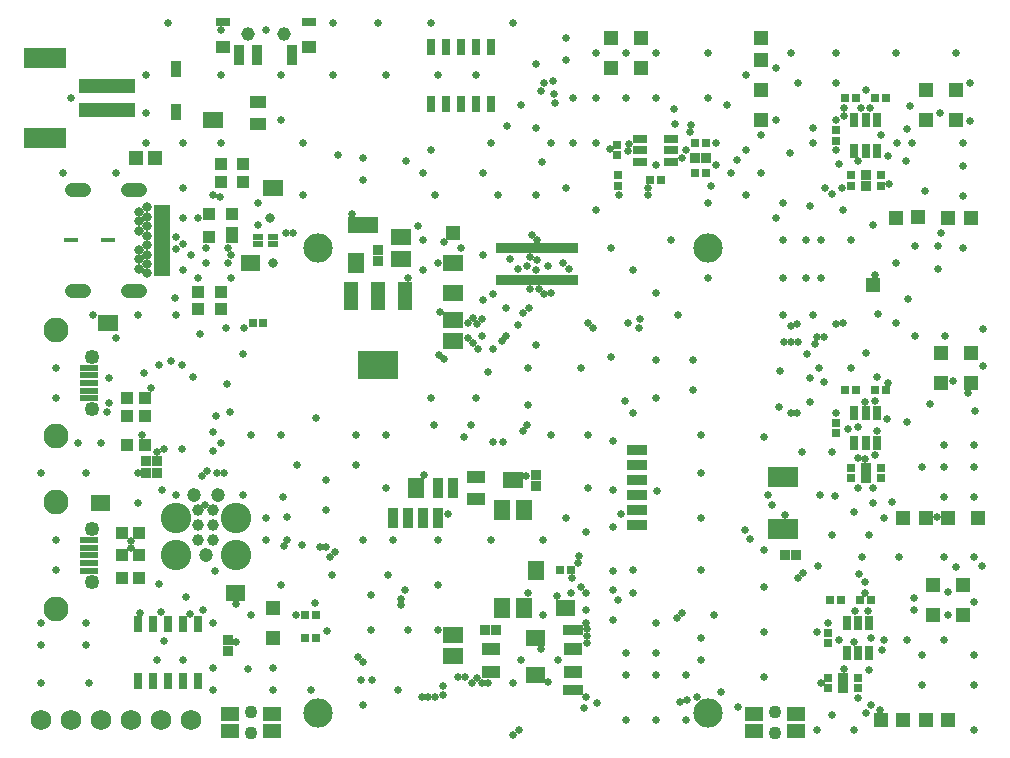
<source format=gbr>
G04 EAGLE Gerber RS-274X export*
G75*
%MOMM*%
%FSLAX34Y34*%
%LPD*%
%INSoldermask Top*%
%IPPOS*%
%AMOC8*
5,1,8,0,0,1.08239X$1,22.5*%
G01*
%ADD10C,2.489200*%
%ADD11R,1.503200X1.103200*%
%ADD12R,0.838200X1.473200*%
%ADD13R,1.473200X0.838200*%
%ADD14R,0.433200X0.903200*%
%ADD15R,0.400800X0.710800*%
%ADD16R,7.010400X0.965200*%
%ADD17R,1.153200X2.353200*%
%ADD18R,3.453200X2.353200*%
%ADD19R,1.653200X1.353200*%
%ADD20R,0.823200X0.823200*%
%ADD21R,0.482600X1.778000*%
%ADD22R,0.711200X1.473200*%
%ADD23C,0.990600*%
%ADD24C,1.193800*%
%ADD25C,2.578100*%
%ADD26R,0.703200X0.703200*%
%ADD27R,4.803200X1.203200*%
%ADD28R,3.603200X1.803200*%
%ADD29R,0.903200X1.403200*%
%ADD30R,1.403200X1.003200*%
%ADD31R,0.903200X1.703200*%
%ADD32R,1.203200X0.803200*%
%ADD33R,1.203200X1.003200*%
%ADD34C,1.153200*%
%ADD35R,1.353200X1.653200*%
%ADD36R,1.603200X1.253200*%
%ADD37C,1.103200*%
%ADD38C,1.727200*%
%ADD39R,1.153200X1.203200*%
%ADD40R,1.003200X1.003200*%
%ADD41R,1.203200X0.403200*%
%ADD42R,1.403200X0.503200*%
%ADD43C,0.807200*%
%ADD44C,1.203200*%
%ADD45R,0.903200X0.503200*%
%ADD46R,1.303200X0.803200*%
%ADD47R,1.203200X1.203200*%
%ADD48R,0.803200X1.303200*%
%ADD49R,1.103200X1.403200*%
%ADD50R,1.103200X1.003200*%
%ADD51R,1.553200X0.603200*%
%ADD52C,1.253200*%
%ADD53C,2.103200*%
%ADD54C,0.657200*%


D10*
X25400Y25400D03*
X355600Y25400D03*
X355600Y419100D03*
X25400Y419100D03*
D11*
X241300Y60350D03*
X241300Y79350D03*
X158750Y225400D03*
X158750Y206400D03*
X171450Y60350D03*
X171450Y79350D03*
D12*
X205486Y57150D03*
X213614Y57150D03*
D13*
X209550Y141986D03*
X209550Y150114D03*
D12*
X213614Y88900D03*
X205486Y88900D03*
X239014Y114300D03*
X230886Y114300D03*
D13*
X107950Y219964D03*
X107950Y211836D03*
D12*
X194564Y222250D03*
X186436Y222250D03*
D14*
X182820Y418680D03*
X182820Y391580D03*
X186820Y418680D03*
X186820Y391580D03*
X190820Y418680D03*
X190820Y391580D03*
X194820Y418680D03*
X194820Y391580D03*
X198820Y418680D03*
X198820Y391580D03*
X202820Y418680D03*
X202820Y391580D03*
X206820Y418680D03*
X206820Y391580D03*
X210820Y418680D03*
X210820Y391580D03*
X214820Y418680D03*
X214820Y391580D03*
X218820Y418680D03*
X218820Y391580D03*
X222820Y418680D03*
X222820Y391580D03*
X226820Y418680D03*
X226820Y391580D03*
X230820Y418680D03*
X230820Y391580D03*
X234820Y418680D03*
X234820Y391580D03*
X238820Y418680D03*
X238820Y391580D03*
D15*
X243570Y418680D03*
X178070Y418680D03*
X178070Y391580D03*
X243570Y391580D03*
D16*
X210820Y391668D03*
X210820Y418592D03*
D17*
X99200Y378250D03*
X76200Y378250D03*
X53200Y378250D03*
D18*
X76200Y320250D03*
D19*
X139700Y340250D03*
X139700Y358250D03*
D13*
X57150Y410464D03*
X57150Y402336D03*
D19*
X95250Y428100D03*
X95250Y410100D03*
D20*
X76200Y417250D03*
X76200Y408250D03*
D12*
X135636Y406400D03*
X143764Y406400D03*
D21*
X429100Y225200D03*
X424100Y225200D03*
X419100Y225200D03*
X414100Y225200D03*
X409100Y225200D03*
X409100Y181200D03*
X414100Y181200D03*
X419100Y181200D03*
X424100Y181200D03*
X429100Y181200D03*
D20*
X420950Y158750D03*
X429950Y158750D03*
D22*
X171450Y589280D03*
X171450Y541020D03*
X158750Y589280D03*
X158750Y541020D03*
X146050Y589280D03*
X146050Y541020D03*
X133350Y589280D03*
X133350Y541020D03*
X120650Y589280D03*
X120650Y541020D03*
X-127000Y52070D03*
X-127000Y100330D03*
X-114300Y52070D03*
X-114300Y100330D03*
X-101600Y52070D03*
X-101600Y100330D03*
X-88900Y52070D03*
X-88900Y100330D03*
X-76200Y52070D03*
X-76200Y100330D03*
D23*
X-63500Y171450D03*
X-63500Y184150D03*
X-63500Y196850D03*
X-76200Y196850D03*
X-76200Y184150D03*
X-76200Y171450D03*
D24*
X-69850Y158750D03*
X-80000Y209550D03*
X-59700Y209550D03*
D25*
X-95250Y158750D03*
X-95250Y190500D03*
X-44450Y190500D03*
X-44450Y158750D03*
D26*
X23550Y88900D03*
X14550Y88900D03*
X23550Y107950D03*
X14550Y107950D03*
D27*
X-153500Y536100D03*
X-153500Y556100D03*
D28*
X-205500Y512100D03*
X-205500Y580100D03*
D29*
X-95250Y533950D03*
X-95250Y570950D03*
D30*
X-25400Y524400D03*
X-25400Y542400D03*
D31*
X-41296Y582702D03*
X-26296Y582702D03*
X3704Y582702D03*
D32*
X-55296Y610202D03*
D33*
X-55296Y589202D03*
D32*
X17704Y610202D03*
D33*
X17704Y589202D03*
D34*
X-33796Y600202D03*
X-3796Y600202D03*
D12*
X135636Y381000D03*
X143764Y381000D03*
X55372Y438150D03*
X63500Y438150D03*
X71628Y438150D03*
D35*
X199500Y114300D03*
X181500Y114300D03*
X181500Y196850D03*
X199500Y196850D03*
D19*
X139700Y91550D03*
X139700Y73550D03*
D20*
X236800Y44450D03*
X245800Y44450D03*
X236800Y95250D03*
X245800Y95250D03*
X139700Y220400D03*
X139700Y211400D03*
X127000Y220400D03*
X127000Y211400D03*
X114300Y195000D03*
X114300Y186000D03*
X101600Y195000D03*
X101600Y186000D03*
X88900Y195000D03*
X88900Y186000D03*
X127000Y195000D03*
X127000Y186000D03*
X209550Y226750D03*
X209550Y217750D03*
X299902Y184404D03*
X290902Y184404D03*
X299902Y197104D03*
X290902Y197104D03*
X299902Y247904D03*
X290902Y247904D03*
X299902Y235204D03*
X290902Y235204D03*
X299902Y222504D03*
X290902Y222504D03*
X299902Y209804D03*
X290902Y209804D03*
X175950Y95250D03*
X166950Y95250D03*
D26*
X230450Y146050D03*
X239450Y146050D03*
D36*
X-49496Y24776D03*
X-13496Y24776D03*
X-49496Y10276D03*
X-13496Y10276D03*
D37*
X-31496Y8526D03*
X-31496Y26526D03*
D20*
X-50800Y87050D03*
X-50800Y78050D03*
D12*
X-48514Y127000D03*
X-40386Y127000D03*
D38*
X-133350Y19050D03*
X-158750Y19050D03*
X-82550Y19050D03*
X-107950Y19050D03*
X-184150Y19050D03*
X-209550Y19050D03*
D39*
X-112650Y495300D03*
X-128650Y495300D03*
D40*
X-38100Y475100D03*
X-38100Y490100D03*
X-57150Y382150D03*
X-57150Y367150D03*
D41*
X-152400Y425450D03*
X-183400Y425450D03*
D42*
X-106600Y452950D03*
X-106600Y447950D03*
X-106600Y442950D03*
X-106600Y437950D03*
X-106600Y432950D03*
X-106600Y427950D03*
X-106600Y422950D03*
X-106600Y417950D03*
X-106600Y412950D03*
X-106600Y407950D03*
X-106600Y402950D03*
X-106600Y397950D03*
D43*
X-119100Y397450D03*
X-126100Y401450D03*
X-126100Y409450D03*
X-119100Y405450D03*
X-119100Y413450D03*
X-126100Y417450D03*
X-119100Y421450D03*
X-119100Y429450D03*
X-126100Y433450D03*
X-119100Y437450D03*
X-126100Y441450D03*
X-126100Y449450D03*
X-119100Y445450D03*
X-119100Y453450D03*
D44*
X-125600Y468150D02*
X-135600Y468150D01*
X-135600Y382750D02*
X-125600Y382750D01*
X-172900Y382750D02*
X-182900Y382750D01*
X-182900Y468150D02*
X-172900Y468150D01*
D40*
X-57150Y490100D03*
X-57150Y475100D03*
X-76200Y367150D03*
X-76200Y382150D03*
D12*
X-67564Y527050D03*
X-59436Y527050D03*
X-16764Y469900D03*
X-8636Y469900D03*
D26*
X-20900Y355600D03*
X-29900Y355600D03*
D20*
X-111324Y228600D03*
X-120324Y228600D03*
X-111070Y239014D03*
X-120070Y239014D03*
D12*
X-35814Y406400D03*
X-27686Y406400D03*
D45*
X-12800Y422700D03*
X-12800Y428200D03*
X-25300Y428200D03*
X-25300Y422700D03*
D46*
X324150Y511150D03*
X324150Y501650D03*
X324150Y492150D03*
X298150Y492150D03*
X298150Y501650D03*
X298150Y511150D03*
D26*
X279400Y471750D03*
X279400Y480750D03*
X278130Y506404D03*
X278130Y497404D03*
X344750Y508000D03*
X353750Y508000D03*
X315650Y476250D03*
X306650Y476250D03*
X353750Y482600D03*
X344750Y482600D03*
D20*
X353750Y495300D03*
X344750Y495300D03*
D47*
X400050Y577850D03*
X400050Y552450D03*
X400050Y596900D03*
X273050Y596900D03*
X298450Y596900D03*
X298450Y571500D03*
X400050Y527050D03*
X273050Y571500D03*
D48*
X498450Y501350D03*
X488950Y501350D03*
X479450Y501350D03*
X479450Y527350D03*
X488950Y527350D03*
X498450Y527350D03*
D26*
X471750Y546100D03*
X480750Y546100D03*
X506150Y546100D03*
X497150Y546100D03*
X501650Y480750D03*
X501650Y471750D03*
X463550Y509850D03*
X463550Y518850D03*
X476250Y471750D03*
X476250Y480750D03*
D20*
X488950Y471750D03*
X488950Y480750D03*
D47*
X533400Y445262D03*
X558800Y444500D03*
X577850Y444500D03*
X565150Y552450D03*
X565150Y527050D03*
X539750Y527050D03*
X514350Y444500D03*
X539750Y552450D03*
D48*
X498450Y253700D03*
X488950Y253700D03*
X479450Y253700D03*
X479450Y279700D03*
X488950Y279700D03*
X498450Y279700D03*
D26*
X471750Y298450D03*
X480750Y298450D03*
X506150Y298450D03*
X497150Y298450D03*
X501650Y233100D03*
X501650Y224100D03*
X463550Y262200D03*
X463550Y271200D03*
X476250Y233100D03*
X476250Y224100D03*
D20*
X488950Y224100D03*
X488950Y233100D03*
D47*
X558800Y190500D03*
X539750Y190500D03*
X584200Y190500D03*
X577850Y330200D03*
X577850Y304800D03*
X552450Y304800D03*
X520700Y190500D03*
X552450Y330200D03*
D48*
X492100Y75900D03*
X482600Y75900D03*
X473100Y75900D03*
X473100Y101900D03*
X482600Y101900D03*
X492100Y101900D03*
D26*
X459050Y120650D03*
X468050Y120650D03*
X493450Y120650D03*
X484450Y120650D03*
X482600Y55300D03*
X482600Y46300D03*
X457200Y84400D03*
X457200Y93400D03*
X457200Y46300D03*
X457200Y55300D03*
D20*
X469900Y46300D03*
X469900Y55300D03*
D47*
X539750Y19050D03*
X520700Y19050D03*
X558800Y19050D03*
X571500Y133350D03*
X571500Y107950D03*
X546100Y107950D03*
X501650Y19050D03*
X546100Y133350D03*
X139700Y431800D03*
X495300Y387350D03*
X-12700Y88900D03*
X-12700Y114300D03*
D49*
X-47150Y430150D03*
D50*
X-47150Y448150D03*
X-67150Y448150D03*
X-67150Y428150D03*
D51*
X-168850Y171750D03*
X-168850Y165250D03*
X-168850Y158750D03*
X-168850Y152250D03*
X-168850Y145750D03*
D52*
X-165600Y181000D03*
X-165600Y136500D03*
D53*
X-196850Y203750D03*
X-196850Y113750D03*
D51*
X-168850Y317800D03*
X-168850Y311300D03*
X-168850Y304800D03*
X-168850Y298300D03*
X-168850Y291800D03*
D52*
X-165600Y327050D03*
X-165600Y282550D03*
D53*
X-196850Y349800D03*
X-196850Y259800D03*
D12*
X-148336Y355600D03*
X-156464Y355600D03*
X-154686Y203200D03*
X-162814Y203200D03*
D40*
X-140850Y139700D03*
X-125850Y139700D03*
X-140850Y158750D03*
X-125850Y158750D03*
X-140850Y177800D03*
X-125850Y177800D03*
X-136532Y252476D03*
X-121532Y252476D03*
X-136278Y276606D03*
X-121278Y276606D03*
X-136278Y291846D03*
X-121278Y291846D03*
D36*
X394242Y24268D03*
X430242Y24268D03*
X394242Y9768D03*
X430242Y9768D03*
D37*
X412242Y8018D03*
X412242Y26018D03*
D54*
X42672Y497840D03*
X381000Y29972D03*
X209550Y463550D03*
X234950Y469900D03*
X171450Y508000D03*
X241300Y508000D03*
X196850Y539750D03*
X158750Y565150D03*
X127000Y565150D03*
X190500Y609600D03*
X120650Y609600D03*
X76200Y609600D03*
X38100Y609600D03*
X82550Y565150D03*
X38100Y565150D03*
X-6350Y565150D03*
X-19050Y603504D03*
X-57150Y603250D03*
X-57150Y565150D03*
X-101600Y609600D03*
X-57150Y508000D03*
X-6350Y527050D03*
X12700Y463550D03*
X12700Y508000D03*
X63500Y495300D03*
X63500Y476250D03*
X120650Y501650D03*
X114300Y425450D03*
X165100Y412750D03*
X188214Y409702D03*
X219964Y403352D03*
X204216Y368046D03*
X209550Y336550D03*
X203200Y285750D03*
X203200Y317500D03*
X247650Y317500D03*
X254000Y260350D03*
X222250Y260350D03*
X234950Y190500D03*
X215900Y171450D03*
X171450Y171450D03*
X127000Y171450D03*
X88900Y171450D03*
X63500Y171450D03*
X70358Y125476D03*
X127000Y133350D03*
X127000Y95250D03*
X69850Y95250D03*
X93218Y44704D03*
X190500Y50800D03*
X196850Y69850D03*
X228600Y69850D03*
X215900Y107950D03*
X203200Y127000D03*
X285750Y57150D03*
X311150Y57150D03*
X336550Y57150D03*
X349250Y69850D03*
X349250Y88900D03*
X311150Y76200D03*
X285750Y76200D03*
X311150Y101600D03*
X285750Y19050D03*
X311150Y19050D03*
X336550Y19050D03*
X19050Y44450D03*
X-12700Y44450D03*
X-63500Y44450D03*
X-63500Y63500D03*
X-12700Y63500D03*
X-63500Y101600D03*
X-88900Y69850D03*
X-104648Y86106D03*
X-209550Y50800D03*
X-168402Y50800D03*
X-171450Y82550D03*
X-209550Y82550D03*
X-209550Y101600D03*
X-171450Y101600D03*
X-196850Y146050D03*
X-196850Y171450D03*
X-196850Y292100D03*
X-196850Y317500D03*
X-209550Y228600D03*
X-171450Y228600D03*
X-177800Y254000D03*
X-158750Y254000D03*
X-127000Y228600D03*
X-127000Y203200D03*
X-95250Y209550D03*
X-38100Y209550D03*
X-19050Y190500D03*
X-19050Y171450D03*
X-6350Y133350D03*
X-31750Y107950D03*
X6350Y107950D03*
X82550Y215900D03*
X57150Y234950D03*
X31750Y196850D03*
X31750Y222250D03*
X-31750Y260350D03*
X-6350Y260350D03*
X-146050Y342900D03*
X-127000Y361950D03*
X-165100Y361950D03*
X-88900Y400050D03*
X-76200Y393700D03*
X-48514Y393700D03*
X-48260Y412750D03*
X-69850Y419100D03*
X-88900Y444500D03*
X-25400Y438150D03*
X-88900Y469900D03*
X-88900Y508000D03*
X-146050Y482600D03*
X-190500Y482600D03*
X-184150Y546100D03*
X-120650Y508000D03*
X-120650Y565150D03*
X-120650Y533400D03*
X330200Y361950D03*
X342900Y323850D03*
X311150Y381000D03*
X292100Y400050D03*
X273050Y419100D03*
X323850Y425450D03*
X355600Y393700D03*
X349250Y146050D03*
X349250Y190500D03*
X349250Y228600D03*
X349250Y260350D03*
X342900Y298450D03*
X311150Y323850D03*
X311150Y292100D03*
X292100Y279400D03*
X273558Y326898D03*
X184150Y368300D03*
X234950Y596900D03*
X234950Y577850D03*
X241300Y546100D03*
X165100Y482600D03*
X177800Y463550D03*
X209550Y520700D03*
X222250Y508000D03*
X146050Y419100D03*
X165100Y374650D03*
X128524Y364744D03*
X154686Y269240D03*
X123190Y268986D03*
X120650Y292100D03*
X158750Y292100D03*
X57150Y260350D03*
X82550Y260350D03*
X101600Y95250D03*
X63500Y31750D03*
X61976Y53594D03*
X-86106Y123444D03*
X-71628Y112776D03*
X-109220Y134366D03*
X185166Y521970D03*
X214884Y491744D03*
X292100Y146050D03*
X292100Y127000D03*
X-34036Y62484D03*
X281940Y193802D03*
X261874Y34036D03*
X-108966Y319786D03*
X-89916Y319786D03*
X-63754Y246888D03*
X-56896Y254000D03*
X279400Y120650D03*
X-121666Y313436D03*
X-151384Y309118D03*
X-74676Y346456D03*
X252476Y178816D03*
X251968Y112522D03*
X-60706Y276860D03*
X-104902Y248412D03*
X-52070Y303530D03*
X-95250Y362204D03*
X95250Y122158D03*
X32496Y165608D03*
X95250Y116348D03*
X26686Y165608D03*
X252476Y38608D03*
X-25400Y457200D03*
X-50800Y419100D03*
X-82550Y412750D03*
X114300Y400050D03*
X132080Y423926D03*
X312420Y212852D03*
X285496Y289560D03*
X-110744Y70104D03*
X-49276Y279908D03*
X-111252Y246126D03*
X275336Y214376D03*
X275336Y255524D03*
X33020Y94996D03*
X201168Y225552D03*
X275336Y145796D03*
X227584Y123952D03*
X135636Y193548D03*
X250444Y29464D03*
X220472Y51308D03*
X213868Y79248D03*
X275336Y129032D03*
X247904Y132080D03*
X239776Y127000D03*
X275336Y104140D03*
X252476Y127000D03*
X84328Y141732D03*
X37084Y141732D03*
X114808Y227076D03*
X491744Y61468D03*
X366776Y42672D03*
X209550Y400050D03*
X441965Y288285D03*
X448564Y149606D03*
X488279Y127230D03*
X485394Y537464D03*
X450850Y50800D03*
X470602Y62798D03*
X480060Y112014D03*
X488440Y240405D03*
X488696Y288544D03*
X287701Y501325D03*
X336550Y501650D03*
X460248Y464820D03*
X260350Y450850D03*
X304800Y463550D03*
X358394Y471424D03*
X387350Y463550D03*
X374650Y482600D03*
X387350Y501650D03*
X400050Y482600D03*
X327660Y523748D03*
X326390Y536702D03*
X260350Y508000D03*
X260350Y546100D03*
X260350Y584200D03*
X285750Y584200D03*
X285750Y546100D03*
X311150Y546100D03*
X311150Y584200D03*
X355600Y584200D03*
X355600Y546100D03*
X371602Y539750D03*
X387350Y565150D03*
X425450Y584200D03*
X463550Y584200D03*
X514350Y584200D03*
X565150Y584200D03*
X463550Y558800D03*
X463550Y527050D03*
X463550Y501650D03*
X444500Y508000D03*
X419100Y457200D03*
X419100Y425450D03*
X419100Y393700D03*
X419100Y361950D03*
X444500Y361950D03*
X438150Y393700D03*
X438150Y425450D03*
X450850Y425450D03*
X476250Y425450D03*
X450850Y393700D03*
X469900Y355600D03*
X488950Y330200D03*
X476250Y317500D03*
X442214Y309118D03*
X403098Y258572D03*
X409448Y201422D03*
X403098Y163322D03*
X403098Y131572D03*
X403098Y93472D03*
X403098Y55372D03*
X447548Y10922D03*
X479298Y10922D03*
X460248Y23622D03*
X493522Y32004D03*
X580898Y10922D03*
X580898Y49022D03*
X536448Y49022D03*
X536448Y74422D03*
X580898Y74422D03*
X555498Y87122D03*
X523748Y87122D03*
X493522Y88646D03*
X466598Y87122D03*
X504698Y87122D03*
X447548Y93472D03*
X530352Y122428D03*
X529844Y112268D03*
X558546Y108458D03*
X558546Y127508D03*
X580898Y118872D03*
X580898Y156972D03*
X555498Y156972D03*
X517398Y156972D03*
X485648Y156972D03*
X460248Y176022D03*
X491998Y176022D03*
X479298Y195072D03*
X495300Y203454D03*
X549148Y191008D03*
X511048Y203708D03*
X555498Y207772D03*
X555498Y233172D03*
X555498Y252222D03*
X580898Y252222D03*
X580898Y233172D03*
X580898Y207772D03*
X536448Y233172D03*
X523748Y271272D03*
X460248Y245872D03*
X434848Y245872D03*
X415798Y283972D03*
X498348Y309372D03*
X543560Y287020D03*
X562610Y306070D03*
X581660Y280670D03*
X588010Y318770D03*
X588010Y350520D03*
X556260Y344170D03*
X530860Y344170D03*
X524510Y375920D03*
X499110Y363220D03*
X549910Y401320D03*
X549910Y420370D03*
X530860Y420370D03*
X571246Y418846D03*
X571246Y463296D03*
X571246Y488696D03*
X571246Y507746D03*
X577596Y526796D03*
X577596Y558546D03*
X552196Y533146D03*
X526796Y539496D03*
X470408Y530860D03*
X466344Y490220D03*
X538988Y466852D03*
X469900Y450850D03*
X528574Y508000D03*
X524002Y519684D03*
X469138Y469646D03*
X439420Y329438D03*
X488950Y25400D03*
X500888Y28194D03*
X164576Y344424D03*
X163949Y358513D03*
X224282Y560070D03*
X209804Y574802D03*
X483616Y143002D03*
X435594Y144018D03*
X431800Y139700D03*
X488696Y135890D03*
X497327Y243327D03*
X345857Y38624D03*
X450342Y210058D03*
X406400Y209550D03*
X508000Y304800D03*
X212725Y384175D03*
X463337Y209337D03*
X504698Y190500D03*
X565150Y148606D03*
X587248Y149860D03*
X160782Y333756D03*
X160274Y354330D03*
X226060Y541528D03*
X214376Y551942D03*
X482854Y267716D03*
X507238Y274066D03*
X508000Y496790D03*
X337803Y36592D03*
X431006Y279400D03*
X431800Y339344D03*
X431038Y354838D03*
X470662Y537718D03*
X488950Y552450D03*
X216654Y380246D03*
X431800Y558800D03*
X412750Y444500D03*
X441960Y454660D03*
X552450Y431800D03*
X156194Y338328D03*
X156194Y359918D03*
X224790Y549656D03*
X216424Y558546D03*
X329020Y105786D03*
X523286Y492869D03*
X515171Y508000D03*
X501650Y514350D03*
X360426Y107950D03*
X495300Y438150D03*
X340725Y517398D03*
X332232Y34560D03*
X453390Y305816D03*
X453390Y343424D03*
X380238Y493776D03*
X355600Y457438D03*
X425450Y353044D03*
X425450Y339344D03*
X425450Y279400D03*
X272542Y502412D03*
X222250Y381000D03*
X400050Y514350D03*
X412750Y571500D03*
X152400Y342900D03*
X152400Y355600D03*
X419624Y339597D03*
X280114Y463552D03*
X311150Y488950D03*
X333248Y109982D03*
X449596Y317230D03*
X447834Y343408D03*
X514350Y406400D03*
X412750Y527050D03*
X514350Y355600D03*
X204922Y384612D03*
X445802Y337852D03*
X194564Y400812D03*
X173736Y379984D03*
X173736Y333248D03*
X149352Y259080D03*
X22860Y118364D03*
X206756Y429768D03*
X297688Y359156D03*
X252984Y84836D03*
X169672Y50292D03*
X113284Y39116D03*
X205232Y411480D03*
X287528Y355092D03*
X252984Y90424D03*
X164084Y50292D03*
X118872Y39116D03*
X210820Y425704D03*
X297180Y351028D03*
X252984Y96012D03*
X160020Y54864D03*
X124460Y39116D03*
X210820Y408940D03*
X198628Y363728D03*
X180848Y340360D03*
X-95504Y376428D03*
X169672Y313944D03*
X-38100Y329184D03*
X202184Y403860D03*
X194564Y354076D03*
X184912Y344424D03*
X35560Y157480D03*
X173736Y255016D03*
X237490Y401320D03*
X258064Y351028D03*
X240792Y139192D03*
X144272Y55880D03*
X59436Y72644D03*
X233172Y405892D03*
X254000Y355092D03*
X245872Y152400D03*
X149860Y55880D03*
X63500Y68580D03*
X251968Y101600D03*
X155956Y50800D03*
X71120Y53340D03*
X131826Y324612D03*
X127897Y328541D03*
X509111Y472871D03*
X482310Y38100D03*
X502553Y78881D03*
X482600Y215900D03*
X498602Y263906D03*
X495122Y216078D03*
X361950Y488950D03*
X361950Y508000D03*
X420624Y192532D03*
X341376Y523240D03*
X497332Y396240D03*
X424688Y499364D03*
X454660Y469392D03*
X575564Y296164D03*
X246380Y157988D03*
X131064Y48260D03*
X131064Y40640D03*
X195580Y11176D03*
X391160Y172482D03*
X-124968Y110236D03*
X202184Y268732D03*
X-106680Y213868D03*
X-107188Y110744D03*
X99060Y129032D03*
X-70104Y201168D03*
X-61468Y145796D03*
X198628Y263652D03*
X-83312Y109220D03*
X182372Y255016D03*
X39624Y161544D03*
X190500Y6350D03*
X387096Y180086D03*
X99822Y493014D03*
X124206Y463550D03*
X54356Y448056D03*
X109728Y437388D03*
X463550Y354330D03*
X127000Y406400D03*
X416306Y314960D03*
X101600Y393700D03*
X114300Y482600D03*
X275336Y182372D03*
X-43688Y85344D03*
X-43688Y117348D03*
X-1762Y431800D03*
X3794Y431800D03*
X-50800Y406400D03*
X-69850Y406400D03*
X-95250Y417950D03*
X-76200Y444229D03*
X-63500Y463550D03*
X-95250Y428228D03*
X-88900Y422672D03*
X-37592Y351028D03*
X-52832Y351028D03*
X-99060Y323088D03*
X333190Y495300D03*
X304800Y469900D03*
X288798Y507238D03*
X482600Y492310D03*
X492460Y537718D03*
X444500Y520700D03*
X482630Y241270D03*
X473710Y265684D03*
X463550Y279400D03*
X497332Y289306D03*
X479552Y85090D03*
X490982Y111252D03*
X457200Y101600D03*
X-151638Y287580D03*
X-153392Y280461D03*
X-57912Y461772D03*
X-133350Y171180D03*
X-133350Y165370D03*
X-762Y171958D03*
X-762Y191008D03*
X-54610Y228854D03*
X7620Y235204D03*
X-60166Y228600D03*
X-4064Y208280D03*
X-68604Y229846D03*
X-3318Y166302D03*
X-72787Y226171D03*
X11938Y167497D03*
D43*
X-12954Y406400D03*
X-15690Y444304D03*
D54*
X254000Y215392D03*
X23876Y274828D03*
X-63500Y263398D03*
X-90170Y248920D03*
X-115824Y300736D03*
X-80772Y309372D03*
X-123460Y260833D03*
M02*

</source>
